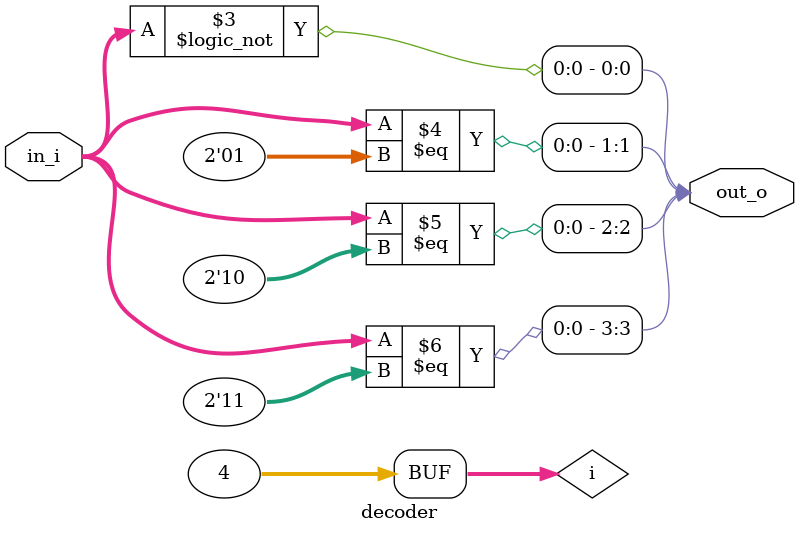
<source format=v>
`timescale 1ns / 1ps


//Source: https://stackoverflow.com/questions/58192902/what-will-be-a-good-way-to-write-10bits-decoder
module decoder #(
  parameter InputSize  = 2,
  parameter OutputSize = 1 << InputSize
)
(
  input      [InputSize-1:0]    in_i,
  output reg [OutputSize-1:0]   out_o
);

  integer i;

  always @* begin
    // Use an unrollable loop.
    for (i = 0; i < OutputSize; i = i + 1) begin
      // (in_i == i) returns a 1-bit value
      out_o[i] = (in_i == i);
    end
  end

endmodule
</source>
